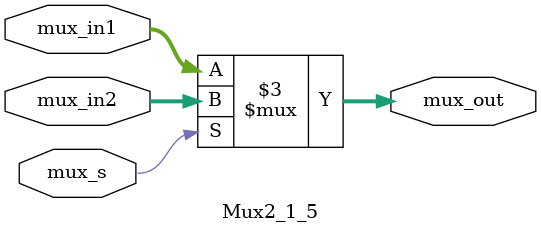
<source format=v>
`timescale 1ns/1ns

module Mux2_1_5(
    input [4:0]mux_in1,
    input [4:0]mux_in2,
    input mux_s,
    output reg[4:0]mux_out

);

always @* mux_out = (!mux_s) ? mux_in1 : mux_in2;

endmodule
</source>
